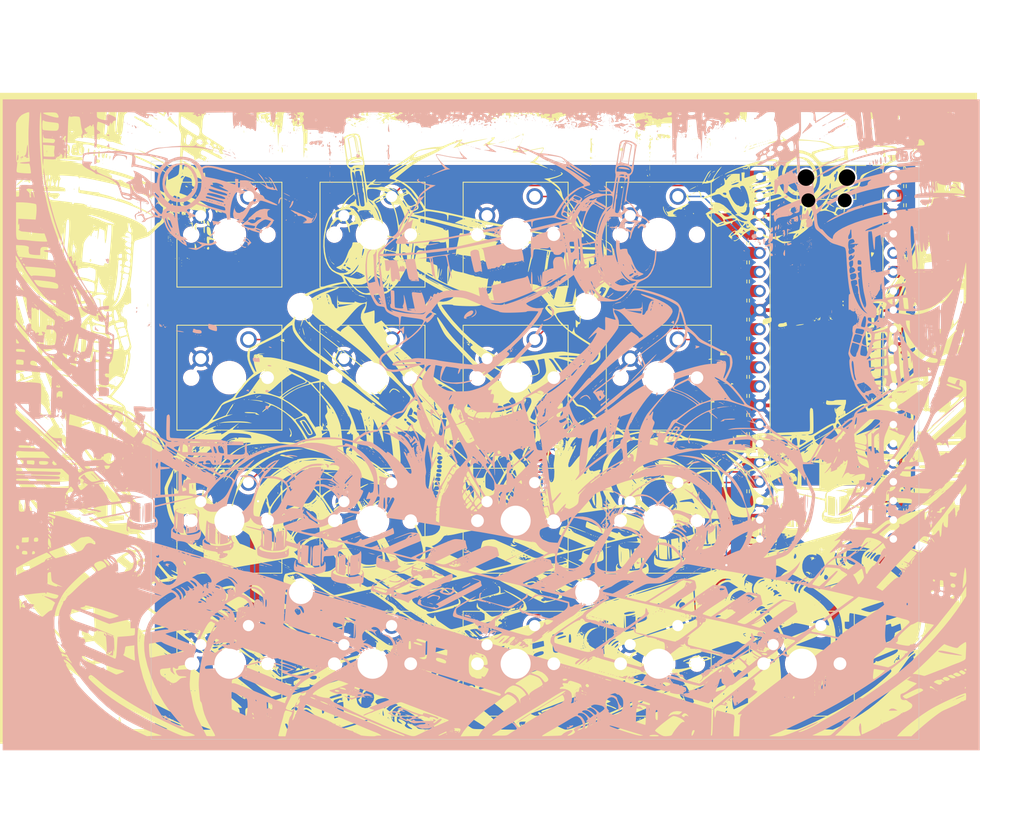
<source format=kicad_pcb>
(kicad_pcb
	(version 20241229)
	(generator "pcbnew")
	(generator_version "9.0")
	(general
		(thickness 1.6)
		(legacy_teardrops no)
	)
	(paper "A4")
	(layers
		(0 "F.Cu" signal)
		(2 "B.Cu" signal)
		(9 "F.Adhes" user "F.Adhesive")
		(11 "B.Adhes" user "B.Adhesive")
		(13 "F.Paste" user)
		(15 "B.Paste" user)
		(5 "F.SilkS" user "F.Silkscreen")
		(7 "B.SilkS" user "B.Silkscreen")
		(1 "F.Mask" user)
		(3 "B.Mask" user)
		(17 "Dwgs.User" user "User.Drawings")
		(19 "Cmts.User" user "User.Comments")
		(21 "Eco1.User" user "User.Eco1")
		(23 "Eco2.User" user "User.Eco2")
		(25 "Edge.Cuts" user)
		(27 "Margin" user)
		(31 "F.CrtYd" user "F.Courtyard")
		(29 "B.CrtYd" user "B.Courtyard")
		(35 "F.Fab" user)
		(33 "B.Fab" user)
		(39 "User.1" user)
		(41 "User.2" user)
		(43 "User.3" user)
		(45 "User.4" user)
	)
	(setup
		(pad_to_mask_clearance 0)
		(allow_soldermask_bridges_in_footprints no)
		(tenting front back)
		(grid_origin 212.55 104.15)
		(pcbplotparams
			(layerselection 0x00000000_00000000_55555555_5755f5ff)
			(plot_on_all_layers_selection 0x00000000_00000000_00000000_00000000)
			(disableapertmacros no)
			(usegerberextensions no)
			(usegerberattributes yes)
			(usegerberadvancedattributes yes)
			(creategerberjobfile yes)
			(dashed_line_dash_ratio 12.000000)
			(dashed_line_gap_ratio 3.000000)
			(svgprecision 4)
			(plotframeref no)
			(mode 1)
			(useauxorigin no)
			(hpglpennumber 1)
			(hpglpenspeed 20)
			(hpglpendiameter 15.000000)
			(pdf_front_fp_property_popups yes)
			(pdf_back_fp_property_popups yes)
			(pdf_metadata yes)
			(pdf_single_document no)
			(dxfpolygonmode yes)
			(dxfimperialunits yes)
			(dxfusepcbnewfont yes)
			(psnegative no)
			(psa4output no)
			(plot_black_and_white yes)
			(sketchpadsonfab no)
			(plotpadnumbers no)
			(hidednponfab no)
			(sketchdnponfab yes)
			(crossoutdnponfab yes)
			(subtractmaskfromsilk no)
			(outputformat 1)
			(mirror no)
			(drillshape 1)
			(scaleselection 1)
			(outputdirectory "")
		)
	)
	(net 0 "")
	(net 1 "+3V3")
	(net 2 "GND")
	(net 3 "GPIO1")
	(net 4 "unconnected-(A1-GPIO27_ADC1-Pad32)")
	(net 5 "GPIO3")
	(net 6 "GPIO13")
	(net 7 "GPIO9")
	(net 8 "unconnected-(A1-GPIO20-Pad26)")
	(net 9 "GPIO7")
	(net 10 "GPIO10")
	(net 11 "unconnected-(A1-GPIO21-Pad27)")
	(net 12 "GPIO5")
	(net 13 "GPIO0")
	(net 14 "unconnected-(A1-VBUS-Pad40)")
	(net 15 "GPIO2")
	(net 16 "unconnected-(A1-GPIO26_ADC0-Pad31)")
	(net 17 "GPIO12")
	(net 18 "GPIO11")
	(net 19 "unconnected-(A1-VSYS-Pad39)")
	(net 20 "unconnected-(A1-GPIO28_ADC2-Pad34)")
	(net 21 "GPIO4")
	(net 22 "unconnected-(A1-GPIO17-Pad22)")
	(net 23 "GPIO6")
	(net 24 "unconnected-(A1-3V3_EN-Pad37)")
	(net 25 "GPIO14")
	(net 26 "unconnected-(A1-GPIO18-Pad24)")
	(net 27 "unconnected-(A1-GPIO22-Pad29)")
	(net 28 "unconnected-(A1-RUN-Pad30)")
	(net 29 "GPIO15")
	(net 30 "unconnected-(A1-GPIO19-Pad25)")
	(net 31 "unconnected-(A1-ADC_VREF-Pad35)")
	(net 32 "GPIO8")
	(net 33 "GPIO16")
	(footprint "Button_Switch_Keyboard:SW_Cherry_MX_1.00u_PCB" (layer "F.Cu") (at 157.46 73.62))
	(footprint "Button_Switch_Keyboard:SW_Cherry_MX_1.00u_PCB" (layer "F.Cu") (at 119.36 73.62))
	(footprint "Button_Switch_Keyboard:SW_Cherry_MX_1.00u_PCB" (layer "F.Cu") (at 100.31 54.57))
	(footprint "Button_Switch_Keyboard:SW_Cherry_MX_1.00u_PCB" (layer "F.Cu") (at 157.46 54.57))
	(footprint "Module:RaspberryPi_Pico_Common_Unspecified" (layer "F.Cu") (at 177.25 76.05))
	(footprint "Button_Switch_Keyboard:SW_Cherry_MX_1.00u_PCB" (layer "F.Cu") (at 138.41 111.72))
	(footprint "Button_Switch_Keyboard:SW_Cherry_MX_1.00u_PCB" (layer "F.Cu") (at 119.36 111.72))
	(footprint "Button_Switch_Keyboard:SW_Cherry_MX_1.00u_PCB" (layer "F.Cu") (at 176.5 111.71))
	(footprint "Button_Switch_Keyboard:SW_Cherry_MX_1.00u_PCB" (layer "F.Cu") (at 138.41 92.67))
	(footprint "Button_Switch_Keyboard:SW_Cherry_MX_1.00u_PCB" (layer "F.Cu") (at 100.31 111.72))
	(footprint "MountingHole:MountingHole_3.2mm_M3" (layer "F.Cu") (at 145.4 107.25))
	(footprint "Button_Switch_Keyboard:SW_Cherry_MX_1.00u_PCB" (layer "F.Cu") (at 157.46 111.72))
	(footprint "Button_Switch_Keyboard:SW_Cherry_MX_1.00u_PCB" (layer "F.Cu") (at 100.31 73.62))
	(footprint "Button_Switch_Keyboard:SW_Cherry_MX_1.00u_PCB" (layer "F.Cu") (at 100.31 92.67))
	(footprint "Button_Switch_Keyboard:SW_Cherry_MX_1.00u_PCB" (layer "F.Cu") (at 138.41 54.57))
	(footprint "LOGO"
		(layer "F.Cu")
		(uuid "ac489b21-014c-489c-8e96-722c2b206a1f")
		(at 132.261657 84.110027)
		(property "Reference" "G***"
			(at 0 0 0)
			(layer "F.SilkS")
			(uuid "b2579547-8760-40a7-a487-5ccd26ba1a7f")
			(effects
				(font
					(size 1.5 1.5)
					(thickness 0.3)
				)
			)
		)
		(property "Value" "LOGO"
			(at 0.75 0 0)
			(layer "F.SilkS")
			(hide yes)
			(uuid "4d52c0e2-f038-4448-8564-0b22559a5fdb")
			(effects
				(font
					(size 1.5 1.5)
					(thickness 0.3)
				)
			)
		)
		(property "Datasheet" ""
			(at 0 0 0)
			(layer "F.Fab")
			(hide yes)
			(uuid "e6223e05-db07-4163-b1cd-3433d26d854d")
			(effects
				(font
					(size 1.27 1.27)
					(thickness 0.15)
				)
			)
		)
		(property "Description" ""
			(at 0 0 0)
			(layer "F.Fab")
			(hide yes)
			(uuid "b45c7e4d-d89e-4d1f-9edd-70ed6011883d")
			(effects
				(font
					(size 1.27 1.27)
					(thickness 0.15)
				)
			)
		)
		(attr board_only exclude_from_pos_files exclude_from_bom)
		(fp_poly
			(pts
				(xy 21.588891 -36.896847) (xy 21.586085 -36.895127) (xy 21.585394 -36.897472)
			)
			(stroke
				(width 0)
				(type solid)
			)
			(fill yes)
			(layer "F.SilkS")
			(uuid "a76e96da-76a7-4b31-a761-6e4a52ccb239")
		)
		(fp_poly
			(pts
				(xy -62.992 -16.806333) (xy -63.034334 -16.764) (xy -63.076667 -16.806333) (xy -63.034334 -16.848667)
			)
			(stroke
				(width 0)
				(type solid)
			)
			(fill yes)
			(layer "F.SilkS")
			(uuid "8a99c936-db9c-4965-b2a0-71e0a218a3c8")
		)
		(fp_poly
			(pts
				(xy -62.145334 -32.131) (xy -62.187667 -32.088667) (xy -62.23 -32.131) (xy -62.187667 -32.173333)
			)
			(stroke
				(width 0)
				(type solid)
			)
			(fill yes)
			(layer "F.SilkS")
			(uuid "75a39cd3-caf5-465a-b863-6edc3041d1ff")
		)
		(fp_poly
			(pts
				(xy -61.976 -31.453667) (xy -62.018334 -31.411333) (xy -62.060667 -31.453667) (xy -62.018334 -31.496)
			)
			(stroke
				(width 0)
				(type solid)
			)
			(fill yes)
			(layer "F.SilkS")
			(uuid "a3a70b69-a23b-491e-ba33-bd3d599f3720")
		)
		(fp_poly
			(pts
				(xy -61.976 10.541) (xy -62.018334 10.583333) (xy -62.060667 10.541) (xy -62.018334 10.498667)
			)
			(stroke
				(width 0)
				(type solid)
			)
			(fill yes)
			(layer "F.SilkS")
			(uuid "b397dffb-1aee-428d-b35c-ab6a30875e7b")
		)
		(fp_poly
			(pts
				(xy -61.722 7.239) (xy -61.764334 7.281333) (xy -61.806667 7.239) (xy -61.764334 7.196667)
			)
			(stroke
				(width 0)
				(type solid)
			)
			(fill yes)
			(layer "F.SilkS")
			(uuid "c9071b02-264c-404f-bca7-6176b656d258")
		)
		(fp_poly
			(pts
				(xy -61.637334 36.618333) (xy -61.679667 36.660667) (xy -61.722 36.618333) (xy -61.679667 36.576)
			)
			(stroke
				(width 0)
				(type solid)
			)
			(fill yes)
			(layer "F.SilkS")
			(uuid "8760a50a-0472-4c5a-a3dc-3be62cc14406")
		)
		(fp_poly
			(pts
				(xy -61.552667 7.408333) (xy -61.595 7.450667) (xy -61.637334 7.408333) (xy -61.595 7.366)
			)
			(stroke
				(width 0)
				(type solid)
			)
			(fill yes)
			(layer "F.SilkS")
			(uuid "b3930b6d-6a64-4ec8-b829-a15e370a5a54")
		)
		(fp_poly
			(pts
				(xy -61.468 -1.820333) (xy -61.510334 -1.778) (xy -61.552667 -1.820333) (xy -61.510334 -1.862667)
			)
			(stroke
				(width 0)
				(type solid)
			)
			(fill yes)
			(layer "F.SilkS")
			(uuid "73030d0d-e322-49bc-8dd2-e50f02a6b14e")
		)
		(fp_poly
			(pts
				(xy -61.468 7.747) (xy -61.510334 7.789333) (xy -61.552667 7.747) (xy -61.510334 7.704667)
			)
			(stroke
				(width 0)
				(type solid)
			)
			(fill yes)
			(layer "F.SilkS")
			(uuid "62d5a0f5-27a5-4ca3-b6a0-90aa6b86457d")
		)
		(fp_poly
			(pts
				(xy -61.468 36.703) (xy -61.510334 36.745333) (xy -61.552667 36.703) (xy -61.510334 36.660667)
			)
			(stroke
				(width 0)
				(type solid)
			)
			(fill yes)
			(layer "F.SilkS")
			(uuid "c447c660-e263-4057-8c4a-06a953e825e5")
		)
		(fp_poly
			(pts
				(xy -60.96 3.344333) (xy -61.002334 3.386667) (xy -61.044667 3.344333) (xy -61.002334 3.302)
			)
			(stroke
				(width 0)
				(type solid)
			)
			(fill yes)
			(layer "F.SilkS")
			(uuid "1bcb93af-3e53-4adc-a080-296a51a16336")
		)
		(fp_poly
			(pts
				(xy -60.790667 -31.538333) (xy -60.833 -31.496) (xy -60.875334 -31.538333) (xy -60.833 -31.580667)
			)
			(stroke
				(width 0)
				(type solid)
			)
			(fill yes)
			(layer "F.SilkS")
			(uuid "775058b9-1549-4e92-9ae1-85ed52027174")
		)
		(fp_poly
			(pts
				(xy -60.282667 8.932333) (xy -60.325 8.974667) (xy -60.367334 8.932333) (xy -60.325 8.89)
			)
			(stroke
				(width 0)
				(type solid)
			)
			(fill yes)
			(layer "F.SilkS")
			(uuid "fb534949-99b9-4a7b-94ff-cd04e93e7dda")
		)
		(fp_poly
			(pts
				(xy -60.113334 34.163) (xy -60.155667 34.205333) (xy -60.198 34.163) (xy -60.155667 34.120667)
			)
			(stroke
				(width 0)
				(type solid)
			)
			(fill yes)
			(layer "F.SilkS")
			(uuid "ff7a7bf4-3162-4944-a37b-7df591f2dc39")
		)
		(fp_poly
			(pts
				(xy -59.774667 2.751667) (xy -59.817 2.794) (xy -59.859334 2.751667) (xy -59.817 2.709333)
			)
			(stroke
				(width 0)
				(type solid)
			)
			(fill yes)
			(layer "F.SilkS")
			(uuid "39d3b618-d3eb-4fea-9788-bcfa9edaf556")
		)
		(fp_poly
			(pts
				(xy -58.42 -29.337) (xy -58.462334 -29.294667) (xy -58.504667 -29.337) (xy -58.462334 -29.379333)
			)
			(stroke
				(width 0)
				(type solid)
			)
			(fill yes)
			(layer "F.SilkS")
			(uuid "7aa83e82-56e3-4fcf-a71b-408826d6cad8")
		)
		(fp_poly
			(pts
				(xy -57.404 -31.369) (xy -57.446334 -31.326667) (xy -57.488667 -31.369) (xy -57.446334 -31.411333)
			)
			(stroke
				(width 0)
				(type solid)
			)
			(fill yes)
			(layer "F.SilkS")
			(uuid "bbb014d1-0329-4253-9c6d-cf354f137b1c")
		)
		(fp_poly
			(pts
				(xy -57.234667 0.804333) (xy -57.277 0.846667) (xy -57.319334 0.804333) (xy -57.277 0.762)
			)
			(stroke
				(width 0)
				(type solid)
			)
			(fill yes)
			(layer "F.SilkS")
			(uuid "f71be244-5bc4-419e-85f8-52bb7bc4831c")
		)
		(fp_poly
			(pts
				(xy -57.065334 -35.179) (xy -57.107667 -35.136667) (xy -57.15 -35.179) (xy -57.107667 -35.221333)
			)
			(stroke
				(width 0)
				(type solid)
			)
			(fill yes)
			(layer "F.SilkS")
			(uuid "95c454b0-e83e-4b73-8fa2-80aa87c349d9")
		)
		(fp_poly
			(pts
				(xy -57.065334 -29.337) (xy -57.107667 -29.294667) (xy -57.15 -29.337) (xy -57.107667 -29.379333)
			)
			(stroke
				(width 0)
				(type solid)
			)
			(fill yes)
			(layer "F.SilkS")
			(uuid "9447cce6-4a07-4f40-b9ab-de6878b6f6a0")
		)
		(fp_poly
			(pts
				(xy -57.065334 1.143) (xy -57.107667 1.185333) (xy -57.15 1.143) (xy -57.107667 1.100667)
			)
			(stroke
				(width 0)
				(type solid)
			)
			(fill yes)
			(layer "F.SilkS")
			(uuid "8807bf42-bc2b-4336-be3f-c2e948ff9f1e")
		)
		(fp_poly
			(pts
				(xy -56.896 0.550333) (xy -56.938334 0.592667) (xy -56.980667 0.550333) (xy -56.938334 0.508)
			)
			(stroke
				(width 0)
				(type solid)
			)
			(fill yes)
			(layer "F.SilkS")
			(uuid "85bc7ec3-0853-46a2-a6e3-6d846ec2f43e")
		)
		(fp_poly
			(pts
				(xy -56.811334 4.529667) (xy -56.853667 4.572) (xy -56.896 4.529667) (xy -56.853667 4.487333)
			)
			(stroke
				(width 0)
				(type solid)
			)
			(fill yes)
			(layer "F.SilkS")
			(uuid "888566d1-8087-4f66-ac4c-6aa609e1b236")
		)
		(fp_poly
			(pts
				(xy -56.726667 -4.614333) (xy -56.769 -4.572) (xy -56.811334 -4.614333) (xy -56.769 -4.656667)
			)
			(stroke
				(width 0)
				(type solid)
			)
			(fill yes)
			(layer "F.SilkS")
			(uuid "5b9e0149-0ce7-4c97-86fc-1460765e30b2")
		)
		(fp_poly
			(pts
				(xy -56.472667 1.312333) (xy -56.515 1.354667) (xy -56.557334 1.312333) (xy -56.515 1.27)
			)
			(stroke
				(width 0)
				(type solid)
			)
			(fill yes)
			(layer "F.SilkS")
			(uuid "da7b77dd-91a0-4fa8-87e8-d79cfc85ba14")
		)
		(fp_poly
			(pts
				(xy -56.388 -15.959667) (xy -56.430334 -15.917333) (xy -56.472667 -15.959667) (xy -56.430334 -16.002)
			)
			(stroke
				(width 0)
				(type solid)
			)
			(fill yes)
			(layer "F.SilkS")
			(uuid "78c7f3e2-2420-426a-819f-97e15637560a")
		)
		(fp_poly
			(pts
				(xy -56.388 1.481667) (xy -56.430334 1.524) (xy -56.472667 1.481667) (xy -56.430334 1.439333)
			)
			(stroke
				(width 0)
				(type solid)
			)
			(fill yes)
			(layer "F.SilkS")
			(uuid "fc81b35d-483a-4c26-af5c-d2ef88566f15")
		)
		(fp_poly
			(pts
				(xy -56.388 29.083) (xy -56.430334 29.125333) (xy -56.472667 29.083) (xy -56.430334 29.040667)
			)
			(stroke
				(width 0)
				(type solid)
			)
			(fill yes)
			(layer "F.SilkS")
			(uuid "d0971990-ba84-4cf0-9f29-fe4a36af834f")
		)
		(fp_poly
			(pts
				(xy -56.303334 1.651) (xy -56.345667 1.693333) (xy -56.388 1.651) (xy -56.345667 1.608667)
			)
			(stroke
				(width 0)
				(type solid)
			)
			(fill yes)
			(layer "F.SilkS")
			(uuid "10523a5b-e5b8-4652-9199-6c5ce822fa14")
		)
		(fp_poly
			(pts
				(xy -55.88 -10.710333) (xy -55.922334 -10.668) (xy -55.964667 -10.710333) (xy -55.922334 -10.752667)
			)
			(stroke
				(width 0)
				(type solid)
			)
			(fill yes)
			(layer "F.SilkS")
			(uuid "32606128-a26f-4b96-ba50-4a1ff2a2a475")
		)
		(fp_poly
			(pts
				(xy -55.88 18.330333) (xy -55.922334 18.372667) (xy -55.964667 18.330333) (xy -55.922334 18.288)
			)
			(stroke
				(width 0)
				(type solid)
			)
			(fill yes)
			(layer "F.SilkS")
			(uuid "2f2cbb08-819c-4806-bff1-a80954d6f66b")
		)
		(fp_poly
			(pts
				(xy -55.541334 3.005667) (xy -55.583667 3.048) (xy -55.626 3.005667) (xy -55.583667 2.963333)
			)
			(stroke
				(width 0)
				(type solid)
			)
			(fill yes)
			(layer "F.SilkS")
			(uuid "79470313-c648-4554-aff3-99696710d250")
		)
		(fp_poly
			(pts
				(xy -55.202667 -22.733) (xy -55.245 -22.690667) (xy -55.287334 -22.733) (xy -55.245 -22.775333)
			)
			(stroke
				(width 0)
				(type solid)
			)
			(fill yes)
			(layer "F.SilkS")
			(uuid "5051e2cc-776c-4337-9fc7-3e9e43b78686")
		)
		(fp_poly
			(pts
				(xy -55.033334 -22.394333) (xy -55.075667 -22.352) (xy -55.118 -22.394333) (xy -55.075667 -22.436667)
			)
			(stroke
				(width 0)
				(type solid)
			)
			(fill yes)
			(layer "F.SilkS")
			(uuid "8c1cad58-0300-4ee2-9576-dbf04cc66b96")
		)
		(fp_poly
			(pts
				(xy -54.864 30.522333) (xy -54.906334 30.564667) (xy -54.948667 30.522333) (xy -54.906334 30.48)
			)
			(stroke
				(width 0)
				(type solid)
			)
			(fill yes)
			(layer "F.SilkS")
			(uuid "e8998759-dd56-4e4b-915d-e0d34835e33b")
		)
		(fp_poly
			(pts
				(xy -54.779334 4.191) (xy -54.821667 4.233333) (xy -54.864 4.191) (xy -54.821667 4.148667)
			)
			(stroke
				(width 0)
				(type solid)
			)
			(fill yes)
			(layer "F.SilkS")
			(uuid "ba41af4a-7368-4e6a-98ea-219b080beda4")
		)
		(fp_poly
			(pts
				(xy -54.525334 4.529667) (xy -54.567667 4.572) (xy -54.61 4.529667) (xy -54.567667 4.487333)
			)
			(stroke
				(width 0)
				(type solid)
			)
			(fill yes)
			(layer "F.SilkS")
			(uuid "6a1bb197-390a-4034-8bd2-67715c0b5f0f")
		)
		(fp_poly
			(pts
				(xy -54.525334 19.854333) (xy -54.567667 19.896667) (xy -54.61 19.854333) (xy -54.567667 19.812)
			)
			(stroke
				(width 0)
				(type solid)
			)
			(fill yes)
			(layer "F.SilkS")
			(uuid "5b26bd85-c551-48c4-8d4c-7a1f5aabdd73")
		)
		(fp_poly
			(pts
				(xy -54.440667 4.699) (xy -54.483 4.741333) (xy -54.525334 4.699) (xy -54.483 4.656667)
			)
			(stroke
				(width 0)
				(type solid)
			)
			(fill yes)
			(layer "F.SilkS")
			(uuid "83b84b6a-55cb-4185-a149-7b11cd50d7b0")
		)
		(fp_poly
			(pts
				(xy -54.186667 -37.211) (xy -54.229 -37.168667) (xy -54.271334 -37.211) (xy -54.229 -37.253333)
			)
			(stroke
				(width 0)
				(type solid)
			)
			(fill yes)
			(layer "F.SilkS")
			(uuid "d33590a9-329e-4048-947d-f09adab9d03e")
		)
		(fp_poly
			(pts
				(xy -54.186667 5.037667) (xy -54.229 5.08) (xy -54.271334 5.037667) (xy -54.229 4.995333)
			)
			(stroke
				(width 0)
				(type solid)
			)
			(fill yes)
			(layer "F.SilkS")
			(uuid "b9f6dc8a-96e1-4996-b8c8-664dbf4bf054")
		)
		(fp_poly
			(pts
				(xy -54.186667 20.277667) (xy -54.229 20.32) (xy -54.271334 20.277667) (xy -54.229 20.235333)
			)
			(stroke
				(width 0)
				(type solid)
			)
			(fill yes)
			(layer "F.SilkS")
			(uuid "fb44dd6d-37e3-4e4b-b3a7-45900c8823fb")
		)
		(fp_poly
			(pts
				(xy -53.932667 5.376333) (xy -53.975 5.418667) (xy -54.017334 5.376333) (xy -53.975 5.334)
			)
			(stroke
				(width 0)
				(type solid)
			)
			(fill yes)
			(layer "F.SilkS")
			(uuid "375032dc-c545-45bf-a09c-d1b78f22ab2a")
		)
		(fp_poly
			(pts
				(xy -53.763334 -4.275667) (xy -53.805667 -4.233333) (xy -53.848 -4.275667) (xy -53.805667 -4.318)
			)
			(stroke
				(width 0)
				(type solid)
			)
			(fill yes)
			(layer "F.SilkS")
			(uuid "d25e6c53-e839-4e87-895b-fe6412ecc79d")
		)
		(fp_poly
			(pts
				(xy -53.678667 5.715) (xy -53.721 5.757333) (xy -53.763334 5.715) (xy -53.721 5.672667)
			)
			(stroke
				(width 0)
				(type solid)
			)
			(fill yes)
			(layer "F.SilkS")
			(uuid "183f50d3-95dd-45c8-8fb3-103cd4817227")
		)
		(fp_poly
			(pts
				(xy -53.509334 9.779) (xy -53.551667 9.821333) (xy -53.594 9.779) (xy -53.551667 9.736667)
			)
			(stroke
				(width 0)
				(type solid)
			)
			(fill yes)
			(layer "F.SilkS")
			(uuid "434c3a69-a71f-4c07-9e15-5bf6639be83d")
		)
		(fp_poly
			(pts
				(xy -53.001334 0.381) (xy -53.043667 0.423333) (xy -53.086 0.381) (xy -53.043667 0.338667)
			)
			(stroke
				(width 0)
				(type solid)
			)
			(fill yes)
			(layer "F.SilkS")
			(uuid "cc1fc326-e1f6-4fd9-b08b-00977f88ce6e")
		)
		(fp_poly
			(pts
				(xy -52.662667 21.293667) (xy -52.705 21.336) (xy -52.747334 21.293667) (xy -52.705 21.251333)
			)
			(stroke
				(width 0)
				(type solid)
			)
			(fill yes)
			(layer "F.SilkS")
			(uuid "c0784500-7142-4999-bfac-81eddcb2f71a")
		)
		(fp_poly
			(pts
				(xy -52.493334 -6.138333) (xy -52.535667 -6.096) (xy -52.578 -6.138333) (xy -52.535667 -6.180667)
			)
			(stroke
				(width 0)
				(type solid)
			)
			(fill yes)
			(layer "F.SilkS")
			(uuid "0d02df1e-1d6c-4e09-aff9-baa325829ec5")
		)
		(fp_poly
			(pts
				(xy -52.408667 4.868333) (xy -52.451 4.910667) (xy -52.493334 4.868333) (xy -52.451 4.826)
			)
			(stroke
				(width 0)
				(type solid)
			)
			(fill yes)
			(layer "F.SilkS")
			(uuid "335ef5ef-4e7e-40a4-9074-3ddfb6d96314")
		)
		(fp_poly
			(pts
				(xy -51.985334 -34.586333) (xy -52.027667 -34.544) (xy -52.07 -34.586333) (xy -52.027667 -34.628667)
			)
			(stroke
				(width 0)
				(type solid)
			)
			(fill yes)
			(layer "F.SilkS")
			(uuid "dd4cb12d-8f0b-4d75-b794-b2410ab817cd")
		)
		(fp_poly
			(pts
				(xy -51.900667 -17.822333) (xy -51.943 -17.78) (xy -51.985334 -17.822333) (xy -51.943 -17.864667)
			)
			(stroke
				(width 0)
				(type solid)
			)
			(fill yes)
			(layer "F.SilkS")
			(uuid "c888a9e9-1664-4dcd-a9b0-8b4058791409")
		)
		(fp_poly
			(pts
				(xy -51.816 -18.330333) (xy -51.858334 -18.288) (xy -51.900667 -18.330333) (xy -51.858334 -18.372667)
			)
			(stroke
				(width 0)
				(type solid)
			)
			(fill yes)
			(layer "F.SilkS")
			(uuid "3902fa53-a291-4273-bea5-5626c322ff11")
		)
		(fp_poly
			(pts
				(xy -51.816 16.721667) (xy -51.858334 16.764) (xy -51.900667 16.721667) (xy -51.858334 16.679333)
			)
			(stroke
				(width 0)
				(type solid)
			)
			(fill yes)
			(layer "F.SilkS")
			(uuid "b67cd4b8-9a8c-4992-bb1b-f7d1825ca224")
		)
		(fp_poly
			(pts
				(xy -51.816 39.327667) (xy -51.858334 39.37) (xy -51.900667 39.327667) (xy -51.858334 39.285333)
			)
			(stroke
				(width 0)
				(type solid)
			)
			(fill yes)
			(layer "F.SilkS")
			(uuid "c9f951c8-3054-440d-9a1b-e24c722b13b2")
		)
		(fp_poly
			(pts
				(xy -51.816 39.581667) (xy -51.858334 39.624) (xy -51.900667 39.581667) (xy -51.858334 39.539333)
			)
			(stroke
				(width 0)
				(type solid)
			)
			(fill yes)
			(layer "F.SilkS")
			(uuid "5a0ad7a1-89fd-49ec-8d67-e5ce0fb1e325")
		)
		(fp_poly
			(pts
				(xy -51.731334 16.891) (xy -51.773667 16.933333) (xy -51.816 16.891) (xy -51.773667 16.848667)
			)
			(stroke
				(width 0)
				(type solid)
			)
			(fill yes)
			(layer "F.SilkS")
			(uuid "f5f0d6e0-0551-44e1-b608-9657846f47da")
		)
		(fp_poly
			(pts
				(xy -51.646667 -12.234333) (xy -51.689 -12.192) (xy -51.731334 -12.234333) (xy -51.689 -12.276667)
			)
			(stroke
				(width 0)
				(type solid)
			)
			(fill yes)
			(layer "F.SilkS")
			(uuid "1ff082a8-08c7-49f2-bf1f-3ebf599f5589")
		)
		(fp_poly
			(pts
				(xy -51.477334 1.312333) (xy -51.519667 1.354667) (xy -51.562 1.312333) (xy -51.519667 1.27)
			)
			(stroke
				(width 0)
				(type solid)
			)
			(fill yes)
			(layer "F.SilkS")
			(uuid "3b383856-f1f2-4035-a60b-201df14dd415")
		)
		(fp_poly
			(pts
				(xy -51.308 -34.417) (xy -51.350334 -34.374667) (xy -51.392667 -34.417) (xy -51.350334 -34.459333)
			)
			(stroke
				(width 0)
				(type solid)
			)
			(fill yes)
			(layer "F.SilkS")
			(uuid "1e0b3a53-5616-4100-aeef-f6de4a3c9927")
		)
		(fp_poly
			(pts
				(xy -51.308 -33.909) (xy -51.350334 -33.866667) (xy -51.392667 -33.909) (xy -51.350334 -33.951333)
			)
			(stroke
				(width 0)
				(type solid)
			)
			(fill yes)
			(layer "F.SilkS")
			(uuid "dd05ffe7-16d8-464a-8543-82c0c2ff54a0")
		)
		(fp_poly
			(pts
				(xy -50.969334 -35.856333) (xy -51.011667 -35.814) (xy -51.054 -35.856333) (xy -51.011667 -35.898667)
			)
			(stroke
				(width 0)
				(type solid)
			)
			(fill yes)
			(layer "F.SilkS")
			(uuid "6ec674e1-54c6-48f3-a0a9-7d354521b90c")
		)
		(fp_poly
			(pts
				(xy -50.969334 -12.827) (xy -51.011667 -12.784667) (xy -51.054 -12.827) (xy -51.011667 -12.869333)
			)
			(stroke
				(width 0)
				(type solid)
			)
			(fill yes)
			(layer "F.SilkS")
			(uuid "c5dbf819-c99b-4030-b841-8fb93789d27c")
		)
		(fp_poly
			(pts
				(xy -50.376667 -11.726333) (xy -50.419 -11.684) (xy -50.461334 -11.726333) (xy -50.419 -11.768667)
			)
			(stroke
				(width 0)
				(type solid)
			)
			(fill yes)
			(layer "F.SilkS")
			(uuid "48796f8d-b66f-42b6-9050-8f0058b62227")
		)
		(fp_poly
			(pts
				(xy -50.292 -3.598333) (xy -50.334334 -3.556) (xy -50.376667 -3.598333) (xy -50.334334 -3.640667)
			)
			(stroke
				(width 0)
				(type solid)
			)
			(fill yes)
			(layer "F.SilkS")
			(uuid "7cfc2085-ef5b-4afc-990b-5a51db07b2e0")
		)
		(fp_poly
			(pts
				(xy -49.784 -5.122333) (xy -49.826334 -5.08) (xy -49.868667 -5.122333) (xy -49.826334 -5.164667)
			)
			(stroke
				(width 0)
				(type solid)
			)
			(fill yes)
			(layer "F.SilkS")
			(uuid "e7c188dd-dd9f-4ce2-920e-7e5cf861a15c")
		)
		(fp_poly
			(pts
				(xy -49.699334 -15.705667) (xy -49.741667 -15.663333) (xy -49.784 -15.705667) (xy -49.741667 -15.748)
			)
			(stroke
				(width 0)
				(type solid)
			)
			(fill yes)
			(layer "F.SilkS")
			(uuid "26b12edd-c0f9-442d-a7cc-d73c16b3b5b2")
		)
		(fp_poly
			(pts
				(xy -49.699334 -4.953) (xy -49.741667 -4.910667) (xy -49.784 -4.953) (xy -49.741667 -4.995333)
			)
			(stroke
				(width 0)
				(type solid)
			)
			(fill yes)
			(layer "F.SilkS")
			(uuid "5da04f26-968e-4963-94b0-9d59c2975f32")
		)
		(fp_poly
			(pts
				(xy -49.614667 -15.959667) (xy -49.657 -15.917333) (xy -49.699334 -15.959667) (xy -49.657 -16.002)
			)
			(stroke
				(width 0)
				(type solid)
			)
			(fill yes)
			(layer "F.SilkS")
			(uuid "634a00f2-140c-4934-8e6f-a559734e54bb")
		)
		(fp_poly
			(pts
				(xy -49.614667 -4.783667) (xy -49.657 -4.741333) (xy -49.699334 -4.783667) (xy -49.657 -4.826)
			)
			(stroke
				(width 0)
				(type solid)
			)
			(fill yes)
			(layer "F.SilkS")
			(uuid "56268cad-fa77-434b-918b-168024ca1366")
		)
		(fp_poly
			(pts
				(xy -49.276 -5.376333) (xy -49.318334 -5.334) (xy -49.360667 -5.376333) (xy -49.318334 -5.418667)
			)
			(stroke
				(width 0)
				(type solid)
			)
			(fill yes)
			(layer "F.SilkS")
			(uuid "979d9216-f28f-4560-a39c-cf71cd53d792")
		)
		(fp_poly
			(pts
				(xy -48.429334 -36.364333) (xy -48.471667 -36.322) (xy -48.514 -36.364333) (xy -48.471667 -36.406667)
			)
			(stroke
				(width 0)
				(type solid)
			)
			(fill yes)
			(layer "F.SilkS")
			(uuid "0588d83b-3626-41f9-945d-ae7ea7357a25")
		)
		(fp_poly
			(pts
				(xy -48.429334 -17.483667) (xy -48.471667 -17.441333) (xy -48.514 -17.483667) (xy -48.471667 -17.526)
			)
			(stroke
				(width 0)
				(type solid)
			)
			(fill yes)
			(layer "F.SilkS")
			(uuid "75869397-80f9-4598-aa1c-247154b6ba8e")
		)
		(fp_poly
			(pts
				(xy -48.26 13.419667) (xy -48.302334 13.462) (xy -48.344667 13.419667) (xy -48.302334 13.377333)
			)
			(stroke
				(width 0)
				(type solid)
			)
			(fill yes)
			(layer "F.SilkS")
			(uuid "58a6c789-96a9-4dbc-bb21-7c3a5a826e44")
		)
		(fp_poly
			(pts
				(xy -48.090667 13.419667) (xy -48.133 13.462) (xy -48.175334 13.419667) (xy -48.133 13.377333)
			)
			(stroke
				(width 0)
				(type solid)
			)
			(fill yes)
			(layer "F.SilkS")
			(uuid "d66dabc4-5787-4e27-9100-29b079723731")
		)
		(fp_poly
			(pts
				(xy -47.836667 6.985) (xy -47.879 7.027333) (xy -47.921334 6.985) (xy -47.879 6.942667)
			)
			(stroke
				(width 0)
				(type solid)
			)
			(fill yes)
			(layer "F.SilkS")
			(uuid "d7dcf758-6023-418b-a28d-1146e9471556")
		)
		(fp_poly
			(pts
				(xy -47.328667 0.465667) (xy -47.371 0.508) (xy -47.413334 0.465667) (xy -47.371 0.423333)
			)
			(stroke
				(width 0)
				(type solid)
			)
			(fill yes)
			(layer "F.SilkS")
			(uuid "2b693235-8ab2-450c-b551-cc08f5b2075f")
		)
		(fp_poly
			(pts
				(xy -47.074667 19.939) (xy -47.117 19.981333) (xy -47.159334 19.939) (xy -47.117 19.896667)
			)
			(stroke
				(width 0)
				(type solid)
			)
			(fill yes)
			(layer "F.SilkS")
			(uuid "c3d1cfba-b12d-4a81-a745-874e5b9d5aee")
		)
		(fp_poly
			(pts
				(xy -46.820667 -1.566333) (xy -46.863 -1.524) (xy -46.905334 -1.566333) (xy -46.863 -1.608667)
			)
			(stroke
				(width 0)
				(type solid)
			)
			(fill yes)
			(layer "F.SilkS")
			(uuid "cdb6c8c8-3604-4f20-8ae1-cb0cb632fe7d")
		)
		(fp_poly
			(pts
				(xy -46.736 -35.771667) (xy -46.778334 -35.729333) (xy -46.820667 -35.771667) (xy -46.778334 -35.814)
			)
			(stroke
				(width 0)
				(type solid)
			)
			(fill yes)
			(layer "F.SilkS")
			(uuid "ac3c670a-3f44-4fb3-b283-ecfa2c205e82")
		)
		(fp_poly
			(pts
				(xy -46.482 5.630333) (xy -46.524334 5.672667) (xy -46.566667 5.630333) (xy -46.524334 5.588)
			)
			(stroke
				(width 0)
				(type solid)
			)
			(fill yes)
			(layer "F.SilkS")
			(uuid "c649f680-d545-4aa8-aa26-c927d26d7a61")
		)
		(fp_poly
			(pts
				(xy -46.312667 5.715) (xy -46.355 5.757333) (xy -46.397334 5.715) (xy -46.355 5.672667)
			)
			(stroke
				(width 0)
				(type solid)
			)
			(fill yes)
			(layer "F.SilkS")
			(uuid "0e49f90f-171e-4bf5-842c-a03d02c2d09a")
		)
		(fp_poly
			(pts
				(xy -45.127334 -24.087667) (xy -45.169667 -24.045333) (xy -45.212 -24.087667) (xy -45.169667 -24.13)
			)
			(stroke
				(width 0)
				(type solid)
			)
			(fill yes)
			(layer "F.SilkS")
			(uuid "378bb0dd-6692-46e0-963f-5a8358c7564f")
		)
		(fp_poly
			(pts
				(xy -45.127334 5.884333) (xy -45.169667 5.926667) (xy -45.212 5.884333) (xy -45.169667 5.842)
			)
			(stroke
				(width 0)
				(type solid)
			)
			(fill yes)
			(layer "F.SilkS")
			(uuid "a9d1f1d7-1d18-48a0-922a-b491f5797ea9")
		)
		(fp_poly
			(pts
				(xy -45.042667 6.053667) (xy -45.085 6.096) (xy -45.127334 6.053667) (xy -45.085 6.011333)
			)
			(stroke
				(width 0)
				(type solid)
			)
			(fill yes)
			(layer "F.SilkS")
			(uuid "dbede565-f0dc-4b55-b3f2-1a6f2f2d1bb8")
		)
		(fp_poly
			(pts
				(xy -44.704 -38.735) (xy -44.746334 -38.692667) (xy -44.788667 -38.735) (xy -44.746334 -38.777333)
			)
			(stroke
				(width 0)
				(type solid)
			)
			(fill yes)
			(layer "F.SilkS")
			(uuid "76e01358-2db6-4ed6-957f-7ce1ed8e14e1")
		)
		(fp_poly
			(pts
				(xy -44.534667 -38.650333) (xy -44.577 -38.608) (xy -44.619334 -38.650333) (xy -44.577 -38.692667)
			)
			(stroke
				(width 0)
				(type solid)
			)
			(fill yes)
			(layer "F.SilkS")
			(uuid "f0b72aa0-c73c-4ccd-9bd5-0e7aea70c6cd")
		)
		(fp_poly
			(pts
				(xy -44.365334 -26.797) (xy -44.407667 -26.754667) (xy -44.45 -26.797) (xy -44.407667 -26.839333)
			)
			(stroke
				(width 0)
				(type solid)
			)
			(fill yes)
			(layer "F.SilkS")
			(uuid "2ed01d5a-a2bf-4f68-ad31-dc46c15db760")
		)
		(fp_poly
			(pts
				(xy -44.280667 -38.481) (xy -44.323 -38.438667) (xy -44.365334 -38.481) (xy -44.323 -38.523333)
			)
			(stroke
				(width 0)
				(type solid)
			)
			(fill yes)
			(layer "F.SilkS")
			(uuid "389b3775-ef12-4084-a245-21c1db5670e0")
		)
		(fp_poly
			(pts
				(xy -43.603334 39.497) (xy -43.645667 39.539333) (xy -43.688 39.497) (xy -43.645667 39.454667)
			)
			(stroke
				(width 0)
				(type solid)
			)
			(fill yes)
			(layer "F.SilkS")
			(uuid "41924d8d-f7b2-4c37-8d4e-2f0f25b0ed5b")
		)
		(fp_poly
			(pts
				(xy -43.095334 4.868333) (xy -43.137667 4.910667) (xy -43.18 4.868333) (xy -43.137667 4.826)
			)
			(stroke
				(width 0)
				(type solid)
			)
			(fill yes)
			(layer "F.SilkS")
			(uuid "90b82082-5332-4046-ba9f-d179ecad056c")
		)
		(fp_poly
			(pts
				(xy -43.010667 24.003) (xy -43.053 24.045333) (xy -43.095334 24.003) (xy -43.053 23.960667)
			)
			(stroke
				(width 0)
				(type solid)
			)
			(fill yes)
			(layer "F.SilkS")
			(uuid "8638f598-fa0a-4b70-80a4-08d1d6a400fa")
		)
		(fp_poly
			(pts
				(xy -42.672 -26.204333) (xy -42.714334 -26.162) (xy -42.756667 -26.204333) (xy -42.714334 -26.246667)
			)
			(stroke
				(width 0)
				(type solid)
			)
			(fill yes)
			(layer "F.SilkS")
			(uuid "f91fcf04-6026-43e8-af53-3b8168b81fb5")
		)
		(fp_poly
			(pts
				(xy -42.587334 -24.680333) (xy -42.629667 -24.638) (xy -42.672 -24.680333) (xy -42.629667 -24.722667)
			)
			(stroke
				(width 0)
				(type solid)
			)
			(fill yes)
			(layer "F.SilkS")
			(uuid "0e54864d-79bd-4335-a16b-6de77729c1b7")
		)
		(fp_poly
			(pts
				(xy -42.587334 -23.579667) (xy -42.629667 -23.537333) (xy -42.672 -23.579667) (xy -42.629667 -23.622)
			)
			(stroke
				(width 0)
				(type solid)
			)
			(fill yes)
			(layer "F.SilkS")
			(uuid "43c88b4f-07fd-435a-aff3-909f0492eba8")
		)
		(fp_poly
			(pts
				(xy -42.418 -24.257) (xy -42.460334 -24.214667) (xy -42.502667 -24.257) (xy -42.460334 -24.299333)
			)
			(stroke
				(width 0)
				(type solid)
			)
			(fill yes)
			(layer "F.SilkS")
			(uuid "f6b0a044-3999-402b-a2f8-831d4abd92e1")
		)
		(fp_poly
			(pts
				(xy -42.333334 -24.934333) (xy -42.375667 -24.892) (xy -42.418 -24.934333) (xy -42.375667 -24.976667)
			)
			(stroke
				(width 0)
				(type solid)
			)
			(fill yes)
			(layer "F.SilkS")
			(uuid "5070b0f0-e42d-4feb-9dc0-01f865a7c614")
		)
		(fp_poly
			(pts
				(xy -42.333334 -24.426333) (xy -42.375667 -24.384) (xy -42.418 -24.426333) (xy -42.375667 -24.468667)
			)
			(stroke
				(width 0)
				(type solid)
			)
			(fill yes)
			(layer "F.SilkS")
			(uuid "5fb55011-fb6c-435a-93d2-72ee9fff80c8")
		)
		(fp_poly
			(pts
				(xy -42.333334 -23.579667) (xy -42.375667 -23.537333) (xy -42.418 -23.579667) (xy -42.375667 -23.622)
			)
			(stroke
				(width 0)
				(type solid)
			)
			(fill yes)
			(layer "F.SilkS")
			(uuid "aaf6c132-2ea3-47af-b8bb-9965efe0d64f")
		)
		(fp_poly
			(pts
				(xy -42.164 -24.511) (xy -42.206334 -24.468667) (xy -42.248667 -24.511) (xy -42.206334 -24.553333)
			)
			(stroke
				(width 0)
				(type solid)
			)
			(fill yes)
			(layer "F.SilkS")
			(uuid "8c7f83c6-a07a-4d51-9dda-300a7a6846ee")
		)
		(fp_poly
			(pts
				(xy -42.164 -24.341667) (xy -42.206334 -24.299333) (xy -42.248667 -24.341667) (xy -42.206334 -24.384)
			)
			(stroke
				(width 0)
				(type solid)
			)
			(fill yes)
			(layer "F.SilkS")
			(uuid "d9adef58-6dba-411f-a545-dad64e4dbbaf")
		)
		(fp_poly
			(pts
				(xy -42.164 -23.579667) (xy -42.206334 -23.537333) (xy -42.248667 -23.579667) (xy -42.206334 -23.622)
			)
			(stroke
				(width 0)
				(type solid)
			)
			(fill yes)
			(layer "F.SilkS")
			(uuid "88b061b8-2ba9-4dcc-a620-6a63feca9201")
		)
		(fp_poly
			(pts
				(xy -42.164 -23.071667) (xy -42.206334 -23.029333) (xy -42.248667 -23.071667) (xy -42.206334 -23.114)
			)
			(stroke
				(width 0)
				(type solid)
			)
			(fill yes)
			(layer "F.SilkS")
			(uuid "459f2471-070d-40d0-819c-c9565ed5ec29")
		)
		(fp_poly
			(pts
				(xy -42.079334 -28.913667) (xy -42.121667 -28.871333) (xy -42.164 -28.913667) (xy -42.121667 -28.956)
			)
			(stroke
				(width 0)
				(type solid)
			)
			(fill yes)
			(layer "F.SilkS")
			(uuid "9e39b804-d7ff-41a3-ba30-702cf43cd186")
		)
		(fp_poly
			(pts
				(xy -41.994667 -24.426333) (xy -42.037 -24.384) (xy -42.079334 -24.426333) (xy -42.037 -24.468667)
			)
			(stroke
				(width 0)
				(type solid)
			)
			(fill 
... [4077556 chars truncated]
</source>
